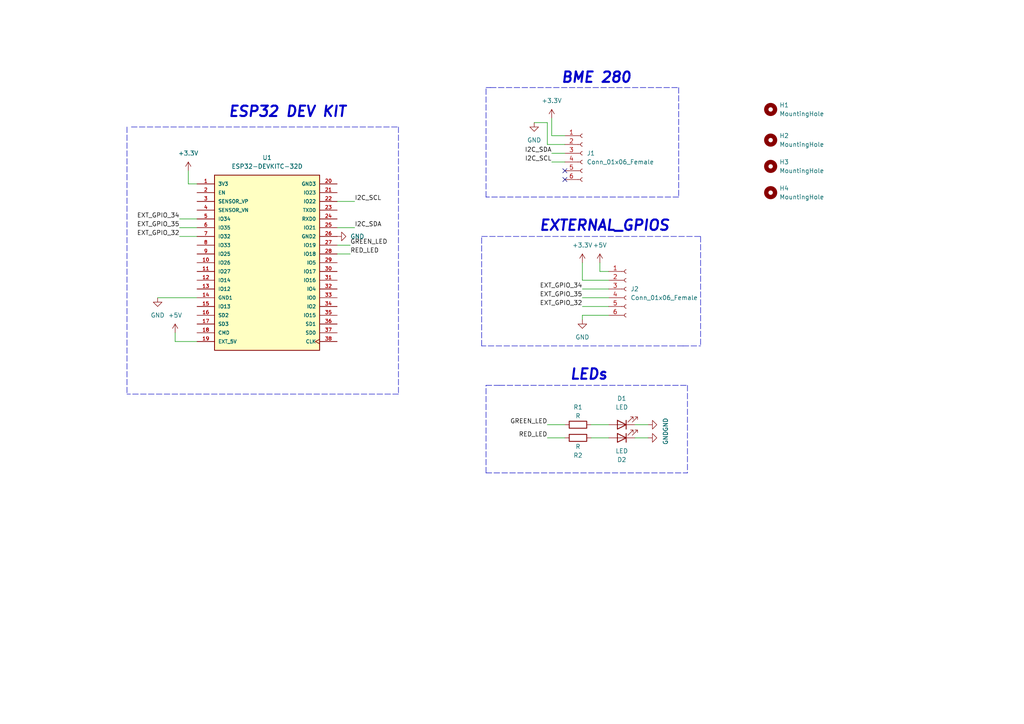
<source format=kicad_sch>
(kicad_sch (version 20211123) (generator eeschema)
  (paper "A4")
  (lib_symbols
    (symbol "Connector:Conn_01x06_Female" (pin_names (offset 1.016) hide)
      (property "Reference" "J" (at 0 7.62 0))
      (property "Value" "Conn_01x06_Female" (at 0 -10.16 0))
      (symbol "Conn_01x06_Female_1_1"
        (arc (start 0 -7.112) (mid -0.508 -7.62) (end 0 -8.128) (stroke (width 0.1524)))
        (arc (start 0 -4.572) (mid -0.508 -5.08) (end 0 -5.588) (stroke (width 0.1524)))
        (arc (start 0 -2.032) (mid -0.508 -2.54) (end 0 -3.048) (stroke (width 0.1524)))
        (polyline (pts (xy -1.27 -7.62) (xy -0.508 -7.62)) (stroke (width 0.1524)))
        (polyline (pts (xy -1.27 -5.08) (xy -0.508 -5.08)) (stroke (width 0.1524)))
        (polyline (pts (xy -1.27 -2.54) (xy -0.508 -2.54)) (stroke (width 0.1524)))
        (polyline (pts (xy -1.27 0) (xy -0.508 0)) (stroke (width 0.1524)))
        (polyline (pts (xy -1.27 2.54) (xy -0.508 2.54)) (stroke (width 0.1524)))
        (polyline (pts (xy -1.27 5.08) (xy -0.508 5.08)) (stroke (width 0.1524)))
        (arc (start 0 0.508) (mid -0.508 0) (end 0 -0.508) (stroke (width 0.1524)))
        (arc (start 0 3.048) (mid -0.508 2.54) (end 0 2.032) (stroke (width 0.1524)))
        (arc (start 0 5.588) (mid -0.508 5.08) (end 0 4.572) (stroke (width 0.1524)))
        (pin passive line (at -5.08 5.08 0) (length 3.81) (name "Pin_1") (number "1"))
        (pin passive line (at -5.08 2.54 0) (length 3.81) (name "Pin_2") (number "2"))
        (pin passive line (at -5.08 0 0) (length 3.81) (name "Pin_3") (number "3"))
        (pin passive line (at -5.08 -2.54 0) (length 3.81) (name "Pin_4") (number "4"))
        (pin passive line (at -5.08 -5.08 0) (length 3.81) (name "Pin_5") (number "5"))
        (pin passive line (at -5.08 -7.62 0) (length 3.81) (name "Pin_6") (number "6"))
      )
    )
    (symbol "Device:LED" (pin_numbers hide) (pin_names (offset 1.016) hide)
      (property "Reference" "D" (at 0 2.54 0))
      (property "Value" "LED" (at 0 -2.54 0))
      (symbol "LED_0_1"
        (polyline (pts (xy -1.27 -1.27) (xy -1.27 1.27)) (stroke (width 0.254)))
        (polyline (pts (xy -1.27 0) (xy 1.27 0)))
        (polyline (pts (xy 1.27 -1.27) (xy 1.27 1.27) (xy -1.27 0) (xy 1.27 -1.27)) (stroke (width 0.254)))
        (polyline (pts (xy -3.048 -0.762) (xy -4.572 -2.286) (xy -3.81 -2.286) (xy -4.572 -2.286) (xy -4.572 -1.524)))
        (polyline (pts (xy -1.778 -0.762) (xy -3.302 -2.286) (xy -2.54 -2.286) (xy -3.302 -2.286) (xy -3.302 -1.524)))
      )
      (symbol "LED_1_1"
        (pin passive line (at -3.81 0 0) (length 2.54) (name "K") (number "1"))
        (pin passive line (at 3.81 0 180) (length 2.54) (name "A") (number "2"))
      )
    )
    (symbol "Device:R" (pin_numbers hide) (pin_names (offset 0))
      (property "Reference" "R" (at 2.032 0 90))
      (property "Value" "R" (at 0 0 90))
      (symbol "R_0_1"
        (rectangle (start -1.016 -2.54) (end 1.016 2.54) (stroke (width 0.254)))
      )
      (symbol "R_1_1"
        (pin passive line (at 0 3.81 270) (length 1.27) (name "~") (number "1"))
        (pin passive line (at 0 -3.81 90) (length 1.27) (name "~") (number "2"))
      )
    )
    (symbol "ESP32_DEV_KIT:ESP32-DEVKITC-32D" (pin_names (offset 1.016))
      (property "Reference" "U" (at -15.2654 26.0604 0))
      (property "Value" "ESP32-DEVKITC-32D" (at -15.2654 -27.9654 0))
      (symbol "ESP32-DEVKITC-32D_0_0"
        (rectangle (start -15.24 -25.4) (end 15.24 25.4) (stroke (width 0.254)) (fill (type background)))
        (pin power_in line (at -20.32 22.86 0) (length 5.08) (name "3V3") (number "1"))
        (pin bidirectional line (at -20.32 0 0) (length 5.08) (name "IO26") (number "10"))
        (pin bidirectional line (at -20.32 -2.54 0) (length 5.08) (name "IO27") (number "11"))
        (pin bidirectional line (at -20.32 -5.08 0) (length 5.08) (name "IO14") (number "12"))
        (pin bidirectional line (at -20.32 -7.62 0) (length 5.08) (name "IO12") (number "13"))
        (pin power_in line (at -20.32 -10.16 0) (length 5.08) (name "GND1") (number "14"))
        (pin bidirectional line (at -20.32 -12.7 0) (length 5.08) (name "IO13") (number "15"))
        (pin bidirectional line (at -20.32 -15.24 0) (length 5.08) (name "SD2") (number "16"))
        (pin bidirectional line (at -20.32 -17.78 0) (length 5.08) (name "SD3") (number "17"))
        (pin bidirectional line (at -20.32 -20.32 0) (length 5.08) (name "CMD") (number "18"))
        (pin power_in line (at -20.32 -22.86 0) (length 5.08) (name "EXT_5V") (number "19"))
        (pin input line (at -20.32 20.32 0) (length 5.08) (name "EN") (number "2"))
        (pin power_in line (at 20.32 22.86 180) (length 5.08) (name "GND3") (number "20"))
        (pin bidirectional line (at 20.32 20.32 180) (length 5.08) (name "IO23") (number "21"))
        (pin bidirectional line (at 20.32 17.78 180) (length 5.08) (name "IO22") (number "22"))
        (pin output line (at 20.32 15.24 180) (length 5.08) (name "TXD0") (number "23"))
        (pin input line (at 20.32 12.7 180) (length 5.08) (name "RXD0") (number "24"))
        (pin bidirectional line (at 20.32 10.16 180) (length 5.08) (name "IO21") (number "25"))
        (pin power_in line (at 20.32 7.62 180) (length 5.08) (name "GND2") (number "26"))
        (pin bidirectional line (at 20.32 5.08 180) (length 5.08) (name "IO19") (number "27"))
        (pin bidirectional line (at 20.32 2.54 180) (length 5.08) (name "IO18") (number "28"))
        (pin bidirectional line (at 20.32 0 180) (length 5.08) (name "IO5") (number "29"))
        (pin input line (at -20.32 17.78 0) (length 5.08) (name "SENSOR_VP") (number "3"))
        (pin bidirectional line (at 20.32 -2.54 180) (length 5.08) (name "IO17") (number "30"))
        (pin bidirectional line (at 20.32 -5.08 180) (length 5.08) (name "IO16") (number "31"))
        (pin bidirectional line (at 20.32 -7.62 180) (length 5.08) (name "IO4") (number "32"))
        (pin bidirectional line (at 20.32 -10.16 180) (length 5.08) (name "IO0") (number "33"))
        (pin bidirectional line (at 20.32 -12.7 180) (length 5.08) (name "IO2") (number "34"))
        (pin bidirectional line (at 20.32 -15.24 180) (length 5.08) (name "IO15") (number "35"))
        (pin bidirectional line (at 20.32 -17.78 180) (length 5.08) (name "SD1") (number "36"))
        (pin bidirectional line (at 20.32 -20.32 180) (length 5.08) (name "SD0") (number "37"))
        (pin input clock (at 20.32 -22.86 180) (length 5.08) (name "CLK") (number "38"))
        (pin input line (at -20.32 15.24 0) (length 5.08) (name "SENSOR_VN") (number "4"))
        (pin bidirectional line (at -20.32 12.7 0) (length 5.08) (name "IO34") (number "5"))
        (pin bidirectional line (at -20.32 10.16 0) (length 5.08) (name "IO35") (number "6"))
        (pin bidirectional line (at -20.32 7.62 0) (length 5.08) (name "IO32") (number "7"))
        (pin bidirectional line (at -20.32 5.08 0) (length 5.08) (name "IO33") (number "8"))
        (pin bidirectional line (at -20.32 2.54 0) (length 5.08) (name "IO25") (number "9"))
      )
    )
    (symbol "Mechanical:MountingHole" (pin_names (offset 1.016))
      (property "Reference" "H" (at 0 5.08 0))
      (property "Value" "MountingHole" (at 0 3.175 0))
      (symbol "MountingHole_0_1"
        (circle (center 0 0) (radius 1.27) (stroke (width 1.27)))
      )
    )
    (symbol "power:+3.3V" (power) (pin_names (offset 0))
      (property "Value" "+3.3V" (at 0 3.556 0))
      (symbol "+3.3V_0_1"
        (polyline (pts (xy -0.762 1.27) (xy 0 2.54)))
        (polyline (pts (xy 0 0) (xy 0 2.54)))
        (polyline (pts (xy 0 2.54) (xy 0.762 1.27)))
      )
      (symbol "+3.3V_1_1"
        (pin power_in line (at 0 0 90) (length 0) hide (name "+3.3V") (number "1"))
      )
    )
    (symbol "power:+5V" (power) (pin_names (offset 0))
      (property "Value" "+5V" (at 0 3.556 0))
      (symbol "+5V_0_1"
        (polyline (pts (xy -0.762 1.27) (xy 0 2.54)))
        (polyline (pts (xy 0 0) (xy 0 2.54)))
        (polyline (pts (xy 0 2.54) (xy 0.762 1.27)))
      )
      (symbol "+5V_1_1"
        (pin power_in line (at 0 0 90) (length 0) hide (name "+5V") (number "1"))
      )
    )
    (symbol "power:GND" (power) (pin_names (offset 0))
      (property "Value" "GND" (at 0 -3.81 0))
      (symbol "GND_0_1"
        (polyline (pts (xy 0 0) (xy 0 -1.27) (xy 1.27 -1.27) (xy 0 -2.54) (xy -1.27 -1.27) (xy 0 -1.27)))
      )
      (symbol "GND_1_1"
        (pin power_in line (at 0 0 270) (length 0) hide (name "GND") (number "1"))
      )
    )
  )
  (no_connect (at 163.83 49.53))
  (no_connect (at 163.83 52.07))
  (wire (pts (xy 168.91 86.36) (xy 176.53 86.36)))
  (polyline (pts (xy 38.1 36.83) (xy 115.57 36.83)))
  (wire (pts (xy 176.53 78.74) (xy 173.99 78.74)))
  (wire (pts (xy 163.83 39.37) (xy 160.02 39.37)))
  (polyline (pts (xy 140.97 137.16) (xy 140.97 111.76)))
  (wire (pts (xy 168.91 83.82) (xy 176.53 83.82)))
  (wire (pts (xy 176.53 81.28) (xy 168.91 81.28)))
  (polyline (pts (xy 140.97 25.4) (xy 142.24 25.4)))
  (wire (pts (xy 45.72 86.36) (xy 57.15 86.36)))
  (wire (pts (xy 154.94 35.56) (xy 158.75 35.56)))
  (polyline (pts (xy 199.39 111.76) (xy 199.39 137.16)))
  (wire (pts (xy 160.02 46.99) (xy 163.83 46.99)))
  (wire (pts (xy 50.8 99.06) (xy 50.8 96.52)))
  (wire (pts (xy 158.75 35.56) (xy 158.75 41.91)))
  (polyline (pts (xy 140.97 137.16) (xy 199.39 137.16)))
  (polyline (pts (xy 196.85 25.4) (xy 196.85 57.15)))
  (polyline (pts (xy 36.83 36.83) (xy 36.83 114.3)))
  (polyline (pts (xy 142.24 25.4) (xy 196.85 25.4)))
  (wire (pts (xy 52.07 68.58) (xy 57.15 68.58)))
  (polyline (pts (xy 115.57 114.3) (xy 36.83 114.3)))
  (polyline (pts (xy 139.7 100.33) (xy 139.7 68.58)))
  (wire (pts (xy 168.91 91.44) (xy 168.91 92.71)))
  (wire (pts (xy 158.75 123.19) (xy 163.83 123.19)))
  (polyline (pts (xy 139.7 68.58) (xy 203.2 68.58)))
  (wire (pts (xy 160.02 44.45) (xy 163.83 44.45)))
  (wire (pts (xy 158.75 127) (xy 163.83 127)))
  (polyline (pts (xy 198.12 100.33) (xy 203.2 100.33)))
  (wire (pts (xy 57.15 53.34) (xy 54.61 53.34)))
  (polyline (pts (xy 115.57 36.83) (xy 115.57 114.3)))
  (wire (pts (xy 102.87 58.42) (xy 97.79 58.42)))
  (polyline (pts (xy 196.85 57.15) (xy 140.97 57.15)))
  (wire (pts (xy 52.07 66.04) (xy 57.15 66.04)))
  (wire (pts (xy 168.91 81.28) (xy 168.91 76.2)))
  (wire (pts (xy 168.91 88.9) (xy 176.53 88.9)))
  (wire (pts (xy 184.15 123.19) (xy 187.96 123.19)))
  (wire (pts (xy 158.75 41.91) (xy 163.83 41.91)))
  (wire (pts (xy 97.79 73.66) (xy 101.6 73.66)))
  (polyline (pts (xy 198.12 100.33) (xy 139.7 100.33)))
  (wire (pts (xy 176.53 91.44) (xy 168.91 91.44)))
  (polyline (pts (xy 140.97 57.15) (xy 140.97 25.4)))
  (wire (pts (xy 54.61 53.34) (xy 54.61 49.53)))
  (wire (pts (xy 52.07 63.5) (xy 57.15 63.5)))
  (wire (pts (xy 173.99 78.74) (xy 173.99 76.2)))
  (polyline (pts (xy 140.97 111.76) (xy 144.78 111.76)))
  (wire (pts (xy 97.79 71.12) (xy 101.6 71.12)))
  (wire (pts (xy 160.02 34.29) (xy 160.02 39.37)))
  (polyline (pts (xy 203.2 68.58) (xy 203.2 100.33)))
  (polyline (pts (xy 144.78 111.76) (xy 199.39 111.76)))
  (wire (pts (xy 57.15 99.06) (xy 50.8 99.06)))
  (wire (pts (xy 176.53 123.19) (xy 171.45 123.19)))
  (wire (pts (xy 102.87 66.04) (xy 97.79 66.04)))
  (wire (pts (xy 184.15 127) (xy 187.96 127)))
  (wire (pts (xy 176.53 127) (xy 171.45 127)))
  (text "BME 280 \n\n" (at 162.56 29.21 0) (effects (font (size 3 3) (thickness 0.6) bold italic) (justify left bottom)))
  (text "EXTERNAL_GPIOS" (at 156.21 67.31 0) (effects (font (size 3 3) (thickness 0.6) bold italic) (justify left bottom)))
  (text "ESP32 DEV KIT\n" (at 66.04 34.29 0) (effects (font (size 3 3) (thickness 0.6) bold italic) (justify left bottom)))
  (text "LEDs\n" (at 165.1 110.49 0) (effects (font (size 3 3) (thickness 0.6) bold italic) (justify left bottom)))
  (label "GREEN_LED" (at 158.75 123.19 180))
  (label "EXT_GPIO_32" (at 168.91 88.9 180))
  (label "EXT_GPIO_34" (at 52.07 63.5 180))
  (label "RED_LED" (at 158.75 127 180))
  (label "RED_LED" (at 101.6 73.66 0))
  (label "EXT_GPIO_32" (at 52.07 68.58 180))
  (label "I2C_SDA" (at 160.02 44.45 180))
  (label "EXT_GPIO_34" (at 168.91 83.82 180))
  (label "I2C_SCL" (at 160.02 46.99 180))
  (label "I2C_SDA" (at 102.87 66.04 0))
  (label "GREEN_LED" (at 101.6 71.12 0))
  (label "EXT_GPIO_35" (at 52.07 66.04 180))
  (label "EXT_GPIO_35" (at 168.91 86.36 180))
  (label "I2C_SCL" (at 102.87 58.42 0))
  (symbol (lib_id "Device:R") (at 167.64 127 270) (unit 1)
    (property "Reference" "R2" (at 167.64 132.08 90))
    (property "Value" "R" (at 167.64 129.54 90))
    (property "Footprint" "Resistor_THT:R_Axial_DIN0204_L3.6mm_D1.6mm_P5.08mm_Horizontal" (effects hide))
  )
  (symbol (lib_id "Connector:Conn_01x06_Female") (at 168.91 44.45 0) (unit 1)
    (property "Reference" "J1" (at 170.18 44.4499 0) (effects (justify left)))
    (property "Value" "Conn_01x06_Female" (at 170.18 46.9899 0) (effects (justify left)))
    (property "Footprint" "Connector_PinHeader_2.54mm:PinHeader_1x06_P2.54mm_Vertical" (effects hide))
  )
  (symbol (lib_id "power:GND") (at 168.91 92.71 0) (unit 1)
    (property "Reference" "#PWR0101" (effects hide))
    (property "Value" "GND" (at 168.91 97.79 0))
  )
  (symbol (lib_id "Mechanical:MountingHole") (at 223.52 55.88 0) (unit 1)
    (property "Reference" "H4" (at 226.06 54.6099 0) (effects (justify left)))
    (property "Value" "MountingHole" (at 226.06 57.1499 0) (effects (justify left)))
    (property "Footprint" "MountingHole:MountingHole_2mm" (effects hide))
  )
  (symbol (lib_id "power:GND") (at 187.96 123.19 90) (unit 1)
    (property "Reference" "#PWR0102" (effects hide))
    (property "Value" "GND" (at 193.04 123.19 0))
  )
  (symbol (lib_id "power:GND") (at 187.96 127 90) (unit 1)
    (property "Reference" "#PWR0103" (effects hide))
    (property "Value" "GND" (at 193.04 127 0))
  )
  (symbol (lib_id "ESP32_DEV_KIT:ESP32-DEVKITC-32D") (at 77.47 76.2 0) (unit 1)
    (property "Reference" "U1" (at 77.47 45.72 0))
    (property "Value" "ESP32-DEVKITC-32D" (at 77.47 48.26 0))
    (property "Footprint" "ESP32_DEV_KIT:MODULE_ESP32-DEVKITC-32D" (effects hide))
    (property "PARTREV" "4" (effects hide))
    (property "MANUFACTURER" "Espressif Systems" (effects hide))
  )
  (symbol (lib_id "power:+5V") (at 50.8 96.52 0) (unit 1)
    (property "Reference" "#PWR0106" (effects hide))
    (property "Value" "+5V" (at 50.8 91.44 0))
  )
  (symbol (lib_id "Device:LED") (at 180.34 127 180) (unit 1)
    (property "Reference" "D2" (at 180.34 133.35 0))
    (property "Value" "LED" (at 180.34 130.81 0))
    (property "Footprint" "LED_THT:LED_D3.0mm" (effects hide))
  )
  (symbol (lib_id "power:GND") (at 154.94 35.56 0) (unit 1)
    (property "Reference" "#PWR0111" (effects hide))
    (property "Value" "GND" (at 154.94 40.64 0))
  )
  (symbol (lib_id "Mechanical:MountingHole") (at 223.52 40.64 0) (unit 1)
    (property "Reference" "H2" (at 226.06 39.3699 0) (effects (justify left)))
    (property "Value" "MountingHole" (at 226.06 41.9099 0) (effects (justify left)))
    (property "Footprint" "MountingHole:MountingHole_2mm" (effects hide))
  )
  (symbol (lib_id "power:GND") (at 97.79 68.58 90) (unit 1)
    (property "Reference" "#PWR0104" (effects hide))
    (property "Value" "GND" (at 101.6 68.58 90) (effects (justify right)))
  )
  (symbol (lib_id "power:+3.3V") (at 168.91 76.2 0) (unit 1)
    (property "Reference" "#PWR0109" (effects hide))
    (property "Value" "+3.3V" (at 168.91 71.12 0))
  )
  (symbol (lib_id "power:GND") (at 45.72 86.36 0) (unit 1)
    (property "Reference" "#PWR0107" (effects hide))
    (property "Value" "GND" (at 45.72 91.44 0))
  )
  (symbol (lib_id "Device:LED") (at 180.34 123.19 180) (unit 1)
    (property "Reference" "D1" (at 180.34 115.57 0))
    (property "Value" "LED" (at 180.34 118.11 0))
    (property "Footprint" "LED_THT:LED_D3.0mm" (effects hide))
  )
  (symbol (lib_id "Mechanical:MountingHole") (at 223.52 31.75 0) (unit 1)
    (property "Reference" "H1" (at 226.06 30.4799 0) (effects (justify left)))
    (property "Value" "MountingHole" (at 226.06 33.0199 0) (effects (justify left)))
    (property "Footprint" "MountingHole:MountingHole_2mm" (effects hide))
  )
  (symbol (lib_id "power:+3.3V") (at 160.02 34.29 0) (unit 1)
    (property "Reference" "#PWR0110" (effects hide))
    (property "Value" "+3.3V" (at 160.02 29.21 0))
  )
  (symbol (lib_id "Connector:Conn_01x06_Female") (at 181.61 83.82 0) (unit 1)
    (property "Reference" "J2" (at 182.88 83.8199 0) (effects (justify left)))
    (property "Value" "Conn_01x06_Female" (at 182.88 86.3599 0) (effects (justify left)))
    (property "Footprint" "Connector_PinHeader_2.54mm:PinHeader_1x06_P2.54mm_Vertical" (effects hide))
  )
  (symbol (lib_id "power:+5V") (at 173.99 76.2 0) (unit 1)
    (property "Reference" "#PWR0108" (effects hide))
    (property "Value" "+5V" (at 173.99 71.12 0))
  )
  (symbol (lib_id "Mechanical:MountingHole") (at 223.52 48.26 0) (unit 1)
    (property "Reference" "H3" (at 226.06 46.9899 0) (effects (justify left)))
    (property "Value" "MountingHole" (at 226.06 49.5299 0) (effects (justify left)))
    (property "Footprint" "MountingHole:MountingHole_2mm" (effects hide))
  )
  (symbol (lib_id "Device:R") (at 167.64 123.19 90) (unit 1)
    (property "Reference" "R1" (at 167.64 118.11 90))
    (property "Value" "R" (at 167.64 120.65 90))
    (property "Footprint" "Resistor_THT:R_Axial_DIN0204_L3.6mm_D1.6mm_P5.08mm_Horizontal" (effects hide))
  )
  (symbol (lib_id "power:+3.3V") (at 54.61 49.53 0) (unit 1)
    (property "Reference" "#PWR0105" (effects hide))
    (property "Value" "+3.3V" (at 54.61 44.45 0))
  )
)
</source>
